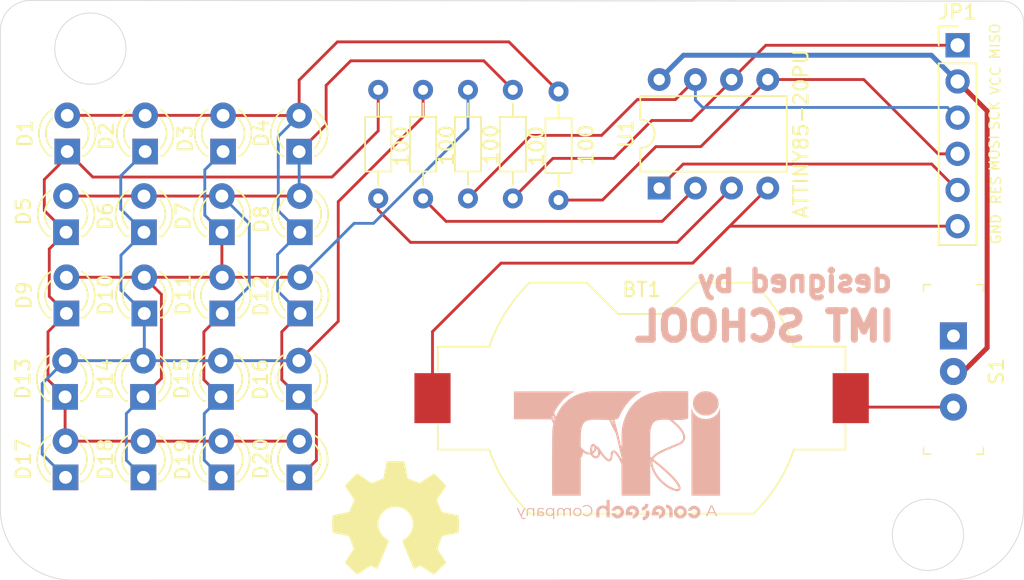
<source format=kicad_pcb>
(kicad_pcb (version 20240108) (generator "pcbnew") (generator_version "8.0")
  (title_block (title "LED_MATRIX") (date "2024-12-19") (rev "1.0") (company "IMT SCHOOL"))
  (layers (0 "F.Cu" signal) (31 "B.Cu" signal) (34 "B.Paste" user) (35 "F.Paste" user) (36 "B.SilkS" user "B.Silkscreen") (37 "F.SilkS" user "F.Silkscreen") (38 "B.Mask" user) (39 "F.Mask" user) (44 "Edge.Cuts" user))
  (net 0 "")
  (net 1 "GND")
  (net 2 "Net-(BT1-+)")
  (net 3 "Net-(D1-A)")
  (net 4 "Net-(D1-K)")
  (net 5 "Net-(D10-K)")
  (net 6 "Net-(D10-A)")
  (net 7 "Net-(D11-K)")
  (net 8 "/MISO")
  (net 9 "/SCK")
  (net 10 "/VCC")
  (net 11 "/MOSI")
  (net 12 "/RESET")
  (net 13 "/PB3")
  (net 14 "/PB4")
  (footprint "LED_THT:LED_D3.0mm" (layer "F.Cu") (at 132.84 82.74 90)
    (property "Reference" "D5" (at 1.455 -2.99 90) (layer "F.SilkS"))
    (property "Value" "LED" (hide yes))
    (pad "1" thru_hole rect (at 0 0 90) (size 1.8 1.8) (drill 0.9) (layers "*.Cu" "*.Mask") (net 4 "Net-(D1-K)"))
    (pad "2" thru_hole circle (at 2.54 0 90) (size 1.8 1.8) (drill 0.9) (layers "*.Cu" "*.Mask") (net 7 "Net-(D11-K)"))
  )
  (footprint "Resistor_THT:R_Axial_DIN0204_L3.6mm_D1.6mm_P7.62mm_Horizontal" (layer "F.Cu") (at 161.055 72.745 -90)
    (property "Reference" "R3" (hide yes))
    (property "Value" "100" (at 3.855 -1.605 90) (layer "F.SilkS"))
    (pad "1" thru_hole circle (at 0 0 270) (size 1.4 1.4) (drill 0.7) (layers "*.Cu" "*.Mask") (net 6 "Net-(D10-A)"))
    (pad "2" thru_hole oval (at 7.62 0 270) (size 1.4 1.4) (drill 0.7) (layers "*.Cu" "*.Mask") (net 9 "/SCK"))
  )
  (footprint "LED_THT:LED_D3.0mm" (layer "F.Cu") (at 132.775 94.295 90)
    (property "Reference" "D13" (at 1.27 -2.96 90) (layer "F.SilkS"))
    (property "Value" "LED" (hide yes))
    (pad "1" thru_hole rect (at 0 0 90) (size 1.8 1.8) (drill 0.9) (layers "*.Cu" "*.Mask") (net 4 "Net-(D1-K)"))
    (pad "2" thru_hole circle (at 2.54 0 90) (size 1.8 1.8) (drill 0.9) (layers "*.Cu" "*.Mask") (net 5 "Net-(D10-K)"))
  )
  (footprint "LED_THT:LED_D3.0mm" (layer "F.Cu") (at 138.31 82.74 90)
    (property "Reference" "D6" (at 1.13 -2.71 90) (layer "F.SilkS"))
    (property "Value" "LED" (hide yes))
    (pad "1" thru_hole rect (at 0 0 90) (size 1.8 1.8) (drill 0.9) (layers "*.Cu" "*.Mask") (net 5 "Net-(D10-K)"))
    (pad "2" thru_hole circle (at 2.54 0 90) (size 1.8 1.8) (drill 0.9) (layers "*.Cu" "*.Mask") (net 7 "Net-(D11-K)"))
  )
  (footprint "LED_THT:LED_D3.0mm" (layer "F.Cu") (at 138.335 88.44 90)
    (property "Reference" "D10" (at 1.295 -2.735 90) (layer "F.SilkS"))
    (property "Value" "LED" (hide yes))
    (pad "1" thru_hole rect (at 0 0 90) (size 1.8 1.8) (drill 0.9) (layers "*.Cu" "*.Mask") (net 5 "Net-(D10-K)"))
    (pad "2" thru_hole circle (at 2.54 0 90) (size 1.8 1.8) (drill 0.9) (layers "*.Cu" "*.Mask") (net 6 "Net-(D10-A)"))
  )
  (footprint "LED_THT:LED_D3.0mm" (layer "F.Cu") (at 132.805 99.945 90)
    (property "Reference" "D17" (at 1.27 -2.96 90) (layer "F.SilkS"))
    (property "Value" "LED" (hide yes))
    (pad "1" thru_hole rect (at 0 0 90) (size 1.8 1.8) (drill 0.9) (layers "*.Cu" "*.Mask") (net 5 "Net-(D10-K)"))
    (pad "2" thru_hole circle (at 2.54 0 90) (size 1.8 1.8) (drill 0.9) (layers "*.Cu" "*.Mask") (net 4 "Net-(D1-K)"))
  )
  (footprint "LED_THT:LED_D3.0mm" (layer "F.Cu") (at 149.205 77.085 90)
    (property "Reference" "D4" (at 1.3 -2.645 90) (layer "F.SilkS"))
    (property "Value" "LED" (hide yes))
    (pad "1" thru_hole rect (at 0 0 90) (size 1.8 1.8) (drill 0.9) (layers "*.Cu" "*.Mask") (net 7 "Net-(D11-K)"))
    (pad "2" thru_hole circle (at 2.54 0 90) (size 1.8 1.8) (drill 0.9) (layers "*.Cu" "*.Mask") (net 3 "Net-(D1-A)"))
  )
  (footprint "LED_THT:LED_D3.0mm" (layer "F.Cu") (at 149.25 82.74 90)
    (property "Reference" "D8" (at 0.915 -2.69 90) (layer "F.SilkS"))
    (property "Value" "LED" (hide yes))
    (pad "1" thru_hole rect (at 0 0 90) (size 1.8 1.8) (drill 0.9) (layers "*.Cu" "*.Mask") (net 3 "Net-(D1-A)"))
    (pad "2" thru_hole circle (at 2.54 0 90) (size 1.8 1.8) (drill 0.9) (layers "*.Cu" "*.Mask") (net 7 "Net-(D11-K)"))
  )
  (footprint "Resistor_THT:R_Axial_DIN0204_L3.6mm_D1.6mm_P7.62mm_Horizontal" (layer "F.Cu") (at 167.415 72.86 -90)
    (property "Reference" "R1" (hide yes))
    (property "Value" "100" (at 3.74 -1.935 90) (layer "F.SilkS"))
    (pad "1" thru_hole circle (at 0 0 270) (size 1.4 1.4) (drill 0.7) (layers "*.Cu" "*.Mask") (net 3 "Net-(D1-A)"))
    (pad "2" thru_hole oval (at 7.62 0 270) (size 1.4 1.4) (drill 0.7) (layers "*.Cu" "*.Mask") (net 11 "/MOSI"))
  )
  (footprint "Package_DIP:DIP-8_W7.62mm" (layer "F.Cu") (at 174.48 79.64 90)
    (property "Reference" "U1" (at 3.81 -2.33 90) (layer "F.SilkS"))
    (property "Value" "ATTINY85-20PU" (at 3.81 9.95 90) (layer "F.SilkS"))
    (pad "1" thru_hole rect (at 0 0 90) (size 1.6 1.6) (drill 0.8) (layers "*.Cu" "*.Mask") (net 12 "/RESET"))
    (pad "2" thru_hole oval (at 0 2.54 90) (size 1.6 1.6) (drill 0.8) (layers "*.Cu" "*.Mask") (net 13 "/PB3"))
    (pad "3" thru_hole oval (at 0 5.08 90) (size 1.6 1.6) (drill 0.8) (layers "*.Cu" "*.Mask") (net 14 "/PB4"))
    (pad "4" thru_hole oval (at 0 7.62 90) (size 1.6 1.6) (drill 0.8) (layers "*.Cu" "*.Mask") (net 1 "GND"))
    (pad "5" thru_hole oval (at 7.62 7.62 90) (size 1.6 1.6) (drill 0.8) (layers "*.Cu" "*.Mask") (net 11 "/MOSI"))
    (pad "6" thru_hole oval (at 7.62 5.08 90) (size 1.6 1.6) (drill 0.8) (layers "*.Cu" "*.Mask") (net 8 "/MISO"))
    (pad "7" thru_hole oval (at 7.62 2.54 90) (size 1.6 1.6) (drill 0.8) (layers "*.Cu" "*.Mask") (net 9 "/SCK"))
    (pad "8" thru_hole oval (at 7.62 0 90) (size 1.6 1.6) (drill 0.8) (layers "*.Cu" "*.Mask") (net 10 "/VCC"))
  )
  (footprint "Resistor_THT:R_Axial_DIN0204_L3.6mm_D1.6mm_P7.62mm_Horizontal" (layer "F.Cu") (at 164.205 72.745 -90)
    (property "Reference" "R2" (hide yes))
    (property "Value" "100" (at 3.96 -1.655 90) (layer "F.SilkS"))
    (pad "1" thru_hole circle (at 0 0 270) (size 1.4 1.4) (drill 0.7) (layers "*.Cu" "*.Mask") (net 7 "Net-(D11-K)"))
    (pad "2" thru_hole oval (at 7.62 0 270) (size 1.4 1.4) (drill 0.7) (layers "*.Cu" "*.Mask") (net 8 "/MISO"))
  )
  (footprint "LED_THT:LED_D3.0mm" (layer "F.Cu") (at 138.275 99.945 90)
    (property "Reference" "D18" (at 1.265 -2.675 90) (layer "F.SilkS"))
    (property "Value" "LED" (hide yes))
    (pad "1" thru_hole rect (at 0 0 90) (size 1.8 1.8) (drill 0.9) (layers "*.Cu" "*.Mask") (net 6 "Net-(D10-A)"))
    (pad "2" thru_hole circle (at 2.54 0 90) (size 1.8 1.8) (drill 0.9) (layers "*.Cu" "*.Mask") (net 4 "Net-(D1-K)"))
  )
  (footprint "Connector_PinHeader_2.54mm:PinHeader_1x06_P2.54mm_Vertical" (layer "F.Cu") (at 195.425 69.615)
    (property "Reference" "JP1" (at 0 -2.33 0) (layer "F.SilkS"))
    (property "Value" "6pinconnector" (hide yes))
    (pad "1" thru_hole rect (at 0 0) (size 1.7 1.7) (drill 1) (layers "*.Cu" "*.Mask") (net 8 "/MISO"))
    (pad "2" thru_hole oval (at 0 2.54) (size 1.7 1.7) (drill 1) (layers "*.Cu" "*.Mask") (net 10 "/VCC"))
    (pad "3" thru_hole oval (at 0 5.08) (size 1.7 1.7) (drill 1) (layers "*.Cu" "*.Mask") (net 9 "/SCK"))
    (pad "4" thru_hole oval (at 0 7.62) (size 1.7 1.7) (drill 1) (layers "*.Cu" "*.Mask") (net 11 "/MOSI"))
    (pad "5" thru_hole oval (at 0 10.16) (size 1.7 1.7) (drill 1) (layers "*.Cu" "*.Mask") (net 12 "/RESET"))
    (pad "6" thru_hole oval (at 0 12.7) (size 1.7 1.7) (drill 1) (layers "*.Cu" "*.Mask") (net 1 "GND"))
  )
  (footprint "LED_THT:LED_D3.0mm" (layer "F.Cu") (at 132.925 77.075 90)
    (property "Reference" "D1" (at 1.27 -2.96 90) (layer "F.SilkS"))
    (property "Value" "LED" (hide yes))
    (pad "1" thru_hole rect (at 0 0 90) (size 1.8 1.8) (drill 0.9) (layers "*.Cu" "*.Mask") (net 4 "Net-(D1-K)"))
    (pad "2" thru_hole circle (at 2.54 0 90) (size 1.8 1.8) (drill 0.9) (layers "*.Cu" "*.Mask") (net 3 "Net-(D1-A)"))
  )
  (footprint "LED_THT:LED_D3.0mm" (layer "F.Cu") (at 149.275 88.44 90)
    (property "Reference" "D12" (at 1.225 -2.75 90) (layer "F.SilkS"))
    (property "Value" "LED" (hide yes))
    (pad "1" thru_hole rect (at 0 0 90) (size 1.8 1.8) (drill 0.9) (layers "*.Cu" "*.Mask") (net 3 "Net-(D1-A)"))
    (pad "2" thru_hole circle (at 2.54 0 90) (size 1.8 1.8) (drill 0.9) (layers "*.Cu" "*.Mask") (net 6 "Net-(D10-A)"))
  )
  (footprint "LED_THT:LED_D3.0mm" (layer "F.Cu") (at 138.395 77.075 90)
    (property "Reference" "D2" (at 1.075 -2.725 90) (layer "F.SilkS"))
    (property "Value" "LED" (hide yes))
    (pad "1" thru_hole rect (at 0 0 90) (size 1.8 1.8) (drill 0.9) (layers "*.Cu" "*.Mask") (net 5 "Net-(D10-K)"))
    (pad "2" thru_hole circle (at 2.54 0 90) (size 1.8 1.8) (drill 0.9) (layers "*.Cu" "*.Mask") (net 3 "Net-(D1-A)"))
  )
  (footprint "Symbol:OSHW-Symbol_8.9x8mm_SilkScreen" (layer "F.Cu") (at 155.96 102.81)
    (property "Reference" "REF**" (hide yes))
    (property "Value" "OSHW-Symbol_8.9x8mm_SilkScreen" (hide yes))
  )
  (footprint "LED_THT:LED_D3.0mm" (layer "F.Cu") (at 149.185 94.295 90)
    (property "Reference" "D16" (at 1.22 -2.695 90) (layer "F.SilkS"))
    (property "Value" "LED" (hide yes))
    (pad "1" thru_hole rect (at 0 0 90) (size 1.8 1.8) (drill 0.9) (layers "*.Cu" "*.Mask") (net 3 "Net-(D1-A)"))
    (pad "2" thru_hole circle (at 2.54 0 90) (size 1.8 1.8) (drill 0.9) (layers "*.Cu" "*.Mask") (net 5 "Net-(D10-K)"))
  )
  (footprint "LED_THT:LED_D3.0mm" (layer "F.Cu") (at 143.865 77.075 90)
    (property "Reference" "D3" (at 0.895 -2.66 90) (layer "F.SilkS"))
    (property "Value" "LED" (hide yes))
    (pad "1" thru_hole rect (at 0 0 90) (size 1.8 1.8) (drill 0.9) (layers "*.Cu" "*.Mask") (net 6 "Net-(D10-A)"))
    (pad "2" thru_hole circle (at 2.54 0 90) (size 1.8 1.8) (drill 0.9) (layers "*.Cu" "*.Mask") (net 3 "Net-(D1-A)"))
  )
  (footprint "digikey-footprints:Switch_Slide_11.6x4mm_EG1218" (layer "F.Cu") (at 195.135 90.015 -90)
    (property "Reference" "S1" (at 2.49 -3.02 90) (layer "F.SilkS"))
    (property "Value" "EG1218" (hide yes))
    (pad "1" thru_hole rect (at 0 0 270) (size 1.9 1.9) (drill 0.9) (layers "*.Cu" "*.Mask"))
    (pad "2" thru_hole circle (at 2.5 0 270) (size 1.9 1.9) (drill 0.9) (layers "*.Cu" "*.Mask") (net 10 "/VCC"))
    (pad "3" thru_hole circle (at 5 0 270) (size 1.9 1.9) (drill 0.9) (layers "*.Cu" "*.Mask") (net 2 "Net-(BT1-+)"))
  )
  (footprint "Battery:BatteryHolder_Keystone_1058_1x2032" (layer "F.Cu") (at 173.245 94.385 180)
    (property "Reference" "BT1" (at 0 7.62 0) (layer "F.SilkS"))
    (property "Value" "Battery" (hide yes))
    (pad "1" smd rect (at -14.68 0 180) (size 2.54 3.51) (layers "F.Cu" "F.Paste" "F.Mask") (net 2 "Net-(BT1-+)"))
    (pad "2" smd rect (at 14.68 0 180) (size 2.54 3.51) (layers "F.Cu" "F.Paste" "F.Mask") (net 1 "GND"))
  )
  (footprint "LED_THT:LED_D3.0mm" (layer "F.Cu") (at 138.245 94.295 90)
    (property "Reference" "D14" (at 1.24 -2.66 90) (layer "F.SilkS"))
    (property "Value" "LED" (hide yes))
    (pad "1" thru_hole rect (at 0 0 90) (size 1.8 1.8) (drill 0.9) (layers "*.Cu" "*.Mask") (net 6 "Net-(D10-A)"))
    (pad "2" thru_hole circle (at 2.54 0 90) (size 1.8 1.8) (drill 0.9) (layers "*.Cu" "*.Mask") (net 5 "Net-(D10-K)"))
  )
  (footprint "Resistor_THT:R_Axial_DIN0204_L3.6mm_D1.6mm_P7.62mm_Horizontal" (layer "F.Cu") (at 154.755 72.745 -90)
    (property "Reference" "R5" (hide yes))
    (property "Value" "100" (at 3.965 -1.61 90) (layer "F.SilkS"))
    (pad "1" thru_hole circle (at 0 0 270) (size 1.4 1.4) (drill 0.7) (layers "*.Cu" "*.Mask") (net 4 "Net-(D1-K)"))
    (pad "2" thru_hole oval (at 7.62 0 270) (size 1.4 1.4) (drill 0.7) (layers "*.Cu" "*.Mask") (net 14 "/PB4"))
  )
  (footprint "Resistor_THT:R_Axial_DIN0204_L3.6mm_D1.6mm_P7.62mm_Horizontal" (layer "F.Cu") (at 157.905 72.745 -90)
    (property "Reference" "R4" (hide yes))
    (property "Value" "100" (at 3.9 -1.64 90) (layer "F.SilkS"))
    (pad "1" thru_hole circle (at 0 0 270) (size 1.4 1.4) (drill 0.7) (layers "*.Cu" "*.Mask") (net 5 "Net-(D10-K)"))
    (pad "2" thru_hole oval (at 7.62 0 270) (size 1.4 1.4) (drill 0.7) (layers "*.Cu" "*.Mask") (net 13 "/PB3"))
  )
  (footprint "LED_THT:LED_D3.0mm" (layer "F.Cu") (at 143.715 94.295 90)
    (property "Reference" "D15" (at 1.265 -2.74 90) (layer "F.SilkS"))
    (property "Value" "LED" (hide yes))
    (pad "1" thru_hole rect (at 0 0 90) (size 1.8 1.8) (drill 0.9) (layers "*.Cu" "*.Mask") (net 7 "Net-(D11-K)"))
    (pad "2" thru_hole circle (at 2.54 0 90) (size 1.8 1.8) (drill 0.9) (layers "*.Cu" "*.Mask") (net 5 "Net-(D10-K)"))
  )
  (footprint "LED_THT:LED_D3.0mm" (layer "F.Cu") (at 149.215 99.945 90)
    (property "Reference" "D20" (at 1.3 -2.69 90) (layer "F.SilkS"))
    (property "Value" "LED" (hide yes))
    (pad "1" thru_hole rect (at 0 0 90) (size 1.8 1.8) (drill 0.9) (layers "*.Cu" "*.Mask") (net 3 "Net-(D1-A)"))
    (pad "2" thru_hole circle (at 2.54 0 90) (size 1.8 1.8) (drill 0.9) (layers "*.Cu" "*.Mask") (net 4 "Net-(D1-K)"))
  )
  (footprint "LED_THT:LED_D3.0mm" (layer "F.Cu") (at 132.865 88.44 90)
    (property "Reference" "D9" (at 1.27 -2.96 90) (layer "F.SilkS"))
    (property "Value" "LED" (hide yes))
    (pad "1" thru_hole rect (at 0 0 90) (size 1.8 1.8) (drill 0.9) (layers "*.Cu" "*.Mask") (net 4 "Net-(D1-K)"))
    (pad "2" thru_hole circle (at 2.54 0 90) (size 1.8 1.8) (drill 0.9) (layers "*.Cu" "*.Mask") (net 6 "Net-(D10-A)"))
  )
  (footprint "LED_THT:LED_D3.0mm" (layer "F.Cu") (at 143.78 82.74 90)
    (property "Reference" "D7" (at 1.13 -2.715 90) (layer "F.SilkS"))
    (property "Value" "LED" (hide yes))
    (pad "1" thru_hole rect (at 0 0 90) (size 1.8 1.8) (drill 0.9) (layers "*.Cu" "*.Mask") (net 6 "Net-(D10-A)"))
    (pad "2" thru_hole circle (at 2.54 0 90) (size 1.8 1.8) (drill 0.9) (layers "*.Cu" "*.Mask") (net 7 "Net-(D11-K)"))
  )
  (footprint "LED_THT:LED_D3.0mm" (layer "F.Cu") (at 143.805 88.44 90)
    (property "Reference" "D11" (at 1.295 -2.74 90) (layer "F.SilkS"))
    (property "Value" "LED" (hide yes))
    (pad "1" thru_hole rect (at 0 0 90) (size 1.8 1.8) (drill 0.9) (layers "*.Cu" "*.Mask") (net 7 "Net-(D11-K)"))
    (pad "2" thru_hole circle (at 2.54 0 90) (size 1.8 1.8) (drill 0.9) (layers "*.Cu" "*.Mask") (net 6 "Net-(D10-A)"))
  )
  (footprint "LED_THT:LED_D3.0mm" (layer "F.Cu") (at 143.745 99.945 90)
    (property "Reference" "D19" (at 1.225 -2.72 90) (layer "F.SilkS"))
    (property "Value" "LED" (hide yes))
    (pad "1" thru_hole rect (at 0 0 90) (size 1.8 1.8) (drill 0.9) (layers "*.Cu" "*.Mask") (net 7 "Net-(D11-K)"))
    (pad "2" thru_hole circle (at 2.54 0 90) (size 1.8 1.8) (drill 0.9) (layers "*.Cu" "*.Mask") (net 4 "Net-(D1-K)"))
  )
  (footprint "logo_Footprints:imt_new3" (layer "B.Cu") (at 171.505 97.56 180)
    (property "Reference" "G***" (hide yes))
    (property "Value" "LOGO" (hide yes))
  )
  (gr_circle (center 193.345 103.98) (end 195.845 103.98) (stroke (width 0.05)) (fill none) (layer "Edge.Cuts"))
  (gr_arc (start 133.23 107.145) (mid 129.694466 105.680534) (end 128.23 102.145) (stroke (width 0.05)) (layer "Edge.Cuts"))
  (gr_line (start 195.05 107.14) (end 133.23 107.145) (stroke (width 0.05)) (layer "Edge.Cuts"))
  (gr_line (start 198.565 66.52) (end 130.34 66.465) (stroke (width 0.05)) (layer "Edge.Cuts"))
  (gr_arc (start 200.05 102.14) (mid 198.585534 105.675534) (end 195.05 107.14) (stroke (width 0.05)) (layer "Edge.Cuts"))
  (gr_circle (center 134.55 69.85) (end 137.05 69.85) (stroke (width 0.05)) (fill none) (layer "Edge.Cuts"))
  (gr_arc (start 198.565 66.52) (mid 199.62566 66.95934) (end 200.065 68.02) (stroke (width 0.05)) (layer "Edge.Cuts"))
  (gr_line (start 200.065 68.02) (end 200.05 102.14) (stroke (width 0.05)) (layer "Edge.Cuts"))
  (gr_line (start 128.23 68.575) (end 128.23 102.145) (stroke (width 0.05)) (layer "Edge.Cuts"))
  (gr_arc (start 128.23 68.575) (mid 128.848005 67.083005) (end 130.34 66.465) (stroke (width 0.05)) (layer "Edge.Cuts"))
  (gr_text "designed by " (at 191.025 87.045 0) (layer "B.SilkS") (effects (font (size 1.5 1.5) (thickness 0.375) (bold yes)) (justify left bottom mirror)))
  (gr_text "IMT SCHOOL" (at 191.27 90.52 0) (layer "B.SilkS") (effects (font (size 2 2) (thickness 0.5) (bold yes)) (justify left bottom mirror)))
  (gr_text "MOSI\n" (at 198.425 78.515 90) (layer "F.SilkS") (effects (font (size 0.7 0.7) (thickness 0.1)) (justify left bottom)))
  (gr_text "GND\n" (at 198.53 83.655 90) (layer "F.SilkS") (effects (font (size 0.7 0.7) (thickness 0.1)) (justify left bottom)))
  (gr_text "VCC" (at 198.495 73.155 90) (layer "F.SilkS") (effects (font (size 0.7 0.7) (thickness 0.1)) (justify left bottom)))
  (gr_text "RES" (at 198.53 80.85 90) (layer "F.SilkS") (effects (font (size 0.7 0.7) (thickness 0.1)) (justify left bottom)))
  (gr_text "SCK" (at 198.425 75.64 90) (layer "F.SilkS") (effects (font (size 0.7 0.7) (thickness 0.1)) (justify left bottom)))
  (gr_text "MISO" (at 198.46 70.675 90) (layer "F.SilkS") (effects (font (size 0.7 0.7) (thickness 0.1)) (justify left bottom)))
  (segment (start 163.375 84.91) (end 176.83 84.91) (width 0.2) (layer "F.Cu") (net 1))
  (segment (start 176.85 84.89) (end 182.1 79.64) (width 0.2) (layer "F.Cu") (net 1))
  (segment (start 195.425 82.315) (end 179.425 82.315) (width 0.2) (layer "F.Cu") (net 1))
  (segment (start 179.425 82.315) (end 176.85 84.89) (width 0.2) (layer "F.Cu") (net 1))
  (segment (start 158.565 94.385) (end 158.565 89.72) (width 0.2) (layer "F.Cu") (net 1))
  (segment (start 176.83 84.91) (end 176.85 84.89) (width 0.2) (layer "F.Cu") (net 1))
  (segment (start 158.565 89.72) (end 163.375 84.91) (width 0.2) (layer "F.Cu") (net 1))
  (segment (start 195.135 95.015) (end 188.555 95.015) (width 0.2) (layer "F.Cu") (net 2))
  (segment (start 188.555 95.015) (end 187.925 94.385) (width 0.2) (layer "F.Cu") (net 2))
  (segment (start 149.205 74.545) (end 143.875 74.545) (width 0.2) (layer "F.Cu") (net 3))
  (segment (start 143.875 74.545) (end 143.865 74.535) (width 0.2) (layer "F.Cu") (net 3))
  (segment (start 167.415 72.86) (end 163.93 69.375) (width 0.2) (layer "F.Cu") (net 3))
  (segment (start 150.415 98.745) (end 150.415 95.525) (width 0.2) (layer "F.Cu") (net 3))
  (segment (start 147.985 89.73) (end 149.275 88.44) (width 0.2) (layer "F.Cu") (net 3))
  (segment (start 150.415 95.525) (end 149.185 94.295) (width 0.2) (layer "F.Cu") (net 3))
  (segment (start 147.985 93.095) (end 147.985 89.73) (width 0.2) (layer "F.Cu") (net 3))
  (segment (start 163.93 69.375) (end 151.89 69.375) (width 0.2) (layer "F.Cu") (net 3))
  (segment (start 149.185 94.295) (end 147.985 93.095) (width 0.2) (layer "F.Cu") (net 3))
  (segment (start 151.89 69.375) (end 149.205 72.06) (width 0.2) (layer "F.Cu") (net 3))
  (segment (start 143.865 74.535) (end 138.395 74.535) (width 0.2) (layer "F.Cu") (net 3))
  (segment (start 149.205 72.06) (end 149.205 74.545) (width 0.2) (layer "F.Cu") (net 3))
  (segment (start 149.215 99.945) (end 150.415 98.745) (width 0.2) (layer "F.Cu") (net 3))
  (segment (start 138.395 74.535) (end 132.925 74.535) (width 0.2) (layer "F.Cu") (net 3))
  (segment (start 149.25 82.74) (end 147.69 84.3) (width 0.2) (layer "B.Cu") (net 3))
  (segment (start 147.74 76.01) (end 147.74 81.23) (width 0.2) (layer "B.Cu") (net 3))
  (segment (start 149.205 74.545) (end 147.74 76.01) (width 0.2) (layer "B.Cu") (net 3))
  (segment (start 147.69 86.855) (end 149.275 88.44) (width 0.2) (layer "B.Cu") (net 3))
  (segment (start 147.69 84.3) (end 147.69 86.855) (width 0.2) (layer "B.Cu") (net 3))
  (segment (start 147.74 81.23) (end 149.25 82.74) (width 0.2) (layer "B.Cu") (net 3))
  (segment (start 131.665 87.24) (end 132.865 88.44) (width 0.2) (layer "F.Cu") (net 4))
  (segment (start 151.515 78.865) (end 134.715 78.865) (width 0.2) (layer "F.Cu") (net 4))
  (segment (start 131.315 81.215) (end 132.84 82.74) (width 0.2) (layer "F.Cu") (net 4))
  (segment (start 132.775 94.295) (end 132.775 97.375) (width 0.2) (layer "F.Cu") (net 4))
  (segment (start 134.715 78.865) (end 132.925 77.075) (width 0.2) (layer "F.Cu") (net 4))
  (segment (start 131.315 79.04) (end 131.315 81.215) (width 0.2) (layer "F.Cu") (net 4))
  (segment (start 132.775 97.375) (end 132.805 97.405) (width 0.2) (layer "F.Cu") (net 4))
  (segment (start 131.665 83.915) (end 131.665 87.24) (width 0.2) (layer "F.Cu") (net 4))
  (segment (start 132.925 77.075) (end 132.925 77.43) (width 0.2) (layer "F.Cu") (net 4))
  (segment (start 132.865 88.44) (end 131.575 89.73) (width 0.2) (layer "F.Cu") (net 4))
  (segment (start 143.745 97.405) (end 149.215 97.405) (width 0.2) (layer "F.Cu") (net 4))
  (segment (start 154.755 72.745) (end 154.755 75.625) (width 0.2) (layer "F.Cu") (net 4))
  (segment (start 154.755 75.625) (end 151.515 78.865) (width 0.2) (layer "F.Cu") (net 4))
  (segment (start 138.275 97.405) (end 143.745 97.405) (width 0.2) (layer "F.Cu") (net 4))
  (segment (start 131.575 89.73) (end 131.575 93.095) (width 0.2) (layer "F.Cu") (net 4))
  (segment (start 132.84 82.74) (end 131.665 83.915) (width 0.2) (layer "F.Cu") (net 4))
  (segment (start 132.805 97.405) (end 138.275 97.405) (width 0.2) (layer "F.Cu") (net 4))
  (segment (start 131.575 93.095) (end 132.775 94.295) (width 0.2) (layer "F.Cu") (net 4))
  (segment (start 132.925 77.43) (end 131.315 79.04) (width 0.2) (layer "F.Cu") (net 4))
  (segment (start 157.905 72.745) (end 157.905 74.635) (width 0.2) (layer "F.Cu") (net 5))
  (segment (start 157.905 74.635) (end 151.95 80.59) (width 0.2) (layer "F.Cu") (net 5))
  (segment (start 151.95 88.99) (end 149.185 91.755) (width 0.2) (layer "F.Cu") (net 5))
  (segment (start 151.95 80.59) (end 151.95 88.99) (width 0.2) (layer "F.Cu") (net 5))
  (segment (start 138.245 91.755) (end 143.715 91.755) (width 0.2) (layer "B.Cu") (net 5))
  (segment (start 136.695 84.355) (end 136.695 86.8) (width 0.2) (layer "B.Cu") (net 5))
  (segment (start 136.68 81.11) (end 138.31 82.74) (width 0.2) (layer "B.Cu") (net 5))
  (segment (start 132.805 99.945) (end 131.17 98.31) (width 0.2) (layer "B.Cu") (net 5))
  (segment (start 132.775 91.755) (end 138.245 91.755) (width 0.2) (layer "B.Cu") (net 5))
  (segment (start 136.68 78.79) (end 136.68 81.11) (width 0.2) (layer "B.Cu") (net 5))
  (segment (start 138.335 91.665) (end 138.245 91.755) (width 0.2) (layer "B.Cu") (net 5))
  (segment (start 131.17 98.31) (end 131.17 93.36) (width 0.2) (layer "B.Cu") (net 5))
  (segment (start 138.31 82.74) (end 136.695 84.355) (width 0.2) (layer "B.Cu") (net 5))
  (segment (start 136.695 86.8) (end 138.335 88.44) (width 0.2) (layer "B.Cu") (net 5))
  (segment (start 143.715 91.755) (end 149.185 91.755) (width 0.2) (layer "B.Cu") (net 5))
  (segment (start 131.17 93.36) (end 132.775 91.755) (width 0.2) (layer "B.Cu") (net 5))
  (segment (start 138.335 88.44) (end 138.335 91.665) (width 0.2) (layer "B.Cu") (net 5))
  (segment (start 138.395 77.075) (end 136.68 78.79) (width 0.2) (layer "B.Cu") (net 5))
  (segment (start 138.335 85.9) (end 132.865 85.9) (width 0.2) (layer "F.Cu") (net 6))
  (segment (start 139.535 93.005) (end 138.245 94.295) (width 0.2) (layer "F.Cu") (net 6))
  (segment (start 143.805 85.9) (end 138.335 85.9) (width 0.2) (layer "F.Cu") (net 6))
  (segment (start 149.275 85.9) (end 143.805 85.9) (width 0.2) (layer "F.Cu") (net 6))
  (segment (start 143.78 82.74) (end 143.78 85.875) (width 0.2) (layer "F.Cu") (net 6))
  (segment (start 143.78 85.875) (end 143.805 85.9) (width 0.2) (layer "F.Cu") (net 6))
  (segment (start 138.335 85.9) (end 139.535 87.1) (width 0.2) (layer "F.Cu") (net 6))
  (segment (start 139.535 87.1) (end 139.535 93.005) (width 0.2) (layer "F.Cu") (net 6))
  (segment (start 142.58 78.36) (end 142.58 81.54) (width 0.2) (layer "B.Cu") (net 6))
  (segment (start 142.58 81.54) (end 143.78 82.74) (width 0.2) (layer "B.Cu") (net 6))
  (segment (start 137.075 98.745) (end 137.075 95.465) (width 0.2) (layer "B.Cu") (net 6))
  (segment (start 161.055 75.479214) (end 161.055 72.745) (width 0.2) (layer "B.Cu") (net 6))
  (segment (start 153.06 82.115) (end 154.419214 82.115) (width 0.2) (layer "B.Cu") (net 6))
  (segment (start 154.419214 82.115) (end 161.055 75.479214) (width 0.2) (layer "B.Cu") (net 6))
  (segment (start 149.275 85.9) (end 153.06 82.115) (width 0.2) (layer "B.Cu") (net 6))
  (segment (start 137.075 95.465) (end 138.245 94.295) (width 0.2) (layer "B.Cu") (net 6))
  (segment (start 143.865 77.075) (end 142.58 78.36) (width 0.2) (layer "B.Cu") (net 6))
  (segment (start 138.275 99.945) (end 137.075 98.745) (width 0.2) (layer "B.Cu") (net 6))
  (segment (start 138.31 80.2) (end 143.78 80.2) (width 0.2) (layer "F.Cu") (net 7))
  (segment (start 143.78 80.2) (end 149.25 80.2) (width 0.2) (layer "F.Cu") (net 7))
  (segment (start 162.165 70.705) (end 152.825 70.705) (width 0.2) (layer "F.Cu") (net 7))
  (segment (start 152.825 70.705) (end 151.1 72.43) (width 0.2) (layer "F.Cu") (net 7))
  (segment (start 143.805 88.44) (end 142.515 89.73) (width 0.2) (layer "F.Cu") (net 7))
  (segment (start 142.515 93.095) (end 143.715 94.295) (width 0.2) (layer "F.Cu") (net 7))
  (segment (start 151.1 75.19) (end 149.205 77.085) (width 0.2) (layer "F.Cu") (net 7))
  (segment (start 151.1 72.43) (end 151.1 75.19) (width 0.2) (layer "F.Cu") (net 7))
  (segment (start 164.205 72.745) (end 162.165 70.705) (width 0.2) (layer "F.Cu") (net 7))
  (segment (start 132.84 80.2) (end 138.31 80.2) (width 0.2) (layer "F.Cu") (net 7))
  (segment (start 142.515 89.73) (end 142.515 93.095) (width 0.2) (layer "F.Cu") (net 7))
  (segment (start 149.205 80.155) (end 149.25 80.2) (width 0.2) (layer "B.Cu") (net 7))
  (segment (start 149.205 77.085) (end 149.205 80.155) (width 0.2) (layer "B.Cu") (net 7))
  (segment (start 142.545 98.745) (end 142.545 95.465) (width 0.2) (layer "B.Cu") (net 7))
  (segment (start 145.705 86.54) (end 145.705 82.125) (width 0.2) (layer "B.Cu") (net 7))
  (segment (start 142.545 95.465) (end 143.715 94.295) (width 0.2) (layer "B.Cu") (net 7))
  (segment (start 143.805 88.44) (end 145.705 86.54) (width 0.2) (layer "B.Cu") (net 7))
  (segment (start 143.745 99.945) (end 142.545 98.745) (width 0.2) (layer "B.Cu") (net 7))
  (segment (start 145.705 82.125) (end 143.78 80.2) (width 0.2) (layer "B.Cu") (net 7))
  (segment (start 179.56 72.02) (end 179.56 72.1) (width 0.2) (layer "F.Cu") (net 8))
  (segment (start 179.56 72.1) (end 176.765 74.895) (width 0.2) (layer "F.Cu") (net 8))
  (segment (start 181.965 69.615) (end 179.56 72.02) (width 0.2) (layer "F.Cu") (net 8))
  (segment (start 176.765 74.895) (end 173.96 74.895) (width 0.2) (layer "F.Cu") (net 8))
  (segment (start 171.3 77.555) (end 167.015 77.555) (width 0.2) (layer "F.Cu") (net 8))
  (segment (start 167.015 77.555) (end 164.205 80.365) (width 0.2) (layer "F.Cu") (net 8))
  (segment (start 195.425 69.615) (end 181.965 69.615) (width 0.2) (layer "F.Cu") (net 8))
  (segment (start 173.96 74.895) (end 171.3 77.555) (width 0.2) (layer "F.Cu") (net 8))
  (segment (start 175.615 73.425) (end 172.95 73.425) (width 0.2) (layer "F.Cu") (net 9))
  (segment (start 177.02 72.02) (end 175.615 73.425) (width 0.2) (layer "F.Cu") (net 9))
  (segment (start 172.95 73.425) (end 170.435 75.94) (width 0.2) (layer "F.Cu") (net 9))
  (segment (start 170.435 75.94) (end 165.48 75.94) (width 0.2) (layer "F.Cu") (net 9))
  (segment (start 165.48 75.94) (end 161.055 80.365) (width 0.2) (layer "F.Cu") (net 9))
  (segment (start 177.02 72.02) (end 177.02 73.465) (width 0.2) (layer "B.Cu") (net 9))
  (segment (start 177.535 73.98) (end 194.71 73.98) (width 0.2) (layer "B.Cu") (net 9))
  (segment (start 177.02 73.465) (end 177.535 73.98) (width 0.2) (layer "B.Cu") (net 9))
  (segment (start 194.71 73.98) (end 195.425 74.695) (width 0.2) (layer "B.Cu") (net 9))
  (segment (start 197.5 74.23) (end 195.425 72.155) (width 0.35) (layer "F.Cu") (net 10))
  (segment (start 197.5 90.849797) (end 197.5 74.23) (width 0.35) (layer "F.Cu") (net 10))
  (segment (start 195.834797 92.515) (end 197.5 90.849797) (width 0.35) (layer "F.Cu") (net 10))
  (segment (start 195.135 92.515) (end 195.834797 92.515) (width 0.35) (layer "F.Cu") (net 10))
  (segment (start 176.185 70.315) (end 174.48 72.02) (width 0.35) (layer "B.Cu") (net 10))
  (segment (start 193.585 70.315) (end 176.185 70.315) (width 0.35) (layer "B.Cu") (net 10))
  (segment (start 195.425 72.155) (end 193.585 70.315) (width 0.35) (layer "B.Cu") (net 10))
  (segment (start 194.055 77.235) (end 188.84 72.02) (width 0.2) (layer "F.Cu") (net 11))
  (segment (start 177.4 76.73) (end 174.245 76.73) (width 0.2) (layer "F.Cu") (net 11))
  (segment (start 180.9 73.23) (end 177.4 76.73) (width 0.2) (layer "F.Cu") (net 11))
  (segment (start 182.1 72.02) (end 180.9 73.22) (width 0.2) (layer "F.Cu") (net 11))
  (segment (start 195.425 77.235) (end 194.055 77.235) (width 0.2) (layer "F.Cu") (net 11))
  (segment (start 170.495 80.48) (end 167.415 80.48) (width 0.2) (layer "F.Cu") (net 11))
  (segment (start 188.84 72.02) (end 182.1 72.02) (width 0.2) (layer "F.Cu") (net 11))
  (segment (start 180.9 73.22) (end 180.9 73.23) (width 0.2) (layer "F.Cu") (net 11))
  (segment (start 174.245 76.73) (end 170.495 80.48) (width 0.2) (layer "F.Cu") (net 11))
  (segment (start 193.605 77.955) (end 195.425 79.775) (width 0.2) (layer "F.Cu") (net 12))
  (segment (start 174.48 79.64) (end 176.165 77.955) (width 0.2) (layer "F.Cu") (net 12))
  (segment (start 176.165 77.955) (end 193.605 77.955) (width 0.2) (layer "F.Cu") (net 12))
  (segment (start 159.515 81.975) (end 157.905 80.365) (width 0.2) (layer "F.Cu") (net 13))
  (segment (start 177.02 79.64) (end 174.685 81.975) (width 0.2) (layer "F.Cu") (net 13))
  (segment (start 174.685 81.975) (end 159.515 81.975) (width 0.2) (layer "F.Cu") (net 13))
  (segment (start 175.75 83.45) (end 157.025 83.45) (width 0.2) (layer "F.Cu") (net 14))
  (segment (start 157.025 83.45) (end 154.755 81.18) (width 0.2) (layer "F.Cu") (net 14))
  (segment (start 154.755 81.18) (end 154.755 80.365) (width 0.2) (layer "F.Cu") (net 14))
  (segment (start 179.56 79.64) (end 175.75 83.45) (width 0.2) (layer "F.Cu") (net 14))
)
</source>
